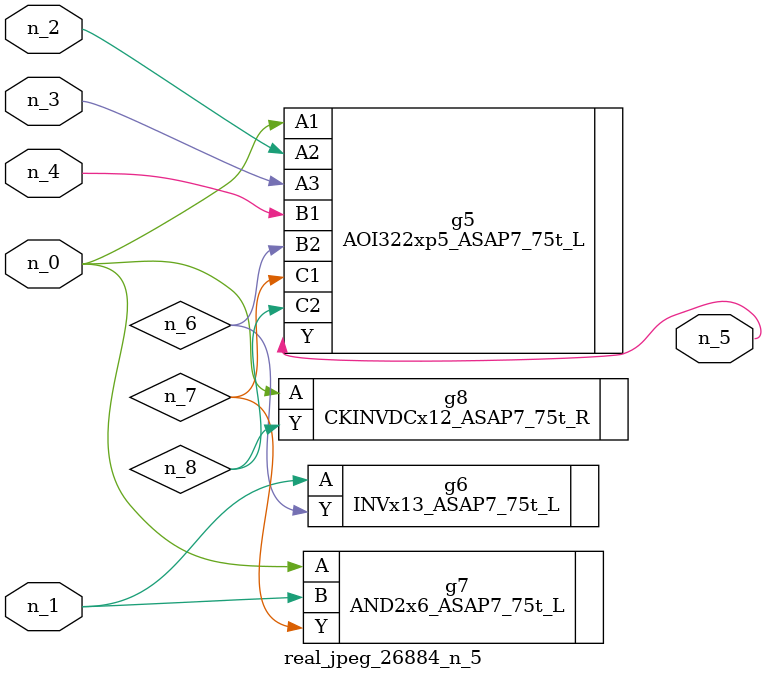
<source format=v>
module real_jpeg_26884_n_5 (n_4, n_0, n_1, n_2, n_3, n_5);

input n_4;
input n_0;
input n_1;
input n_2;
input n_3;

output n_5;

wire n_8;
wire n_6;
wire n_7;

AOI322xp5_ASAP7_75t_L g5 ( 
.A1(n_0),
.A2(n_2),
.A3(n_3),
.B1(n_4),
.B2(n_6),
.C1(n_7),
.C2(n_8),
.Y(n_5)
);

AND2x6_ASAP7_75t_L g7 ( 
.A(n_0),
.B(n_1),
.Y(n_7)
);

CKINVDCx12_ASAP7_75t_R g8 ( 
.A(n_0),
.Y(n_8)
);

INVx13_ASAP7_75t_L g6 ( 
.A(n_1),
.Y(n_6)
);


endmodule
</source>
